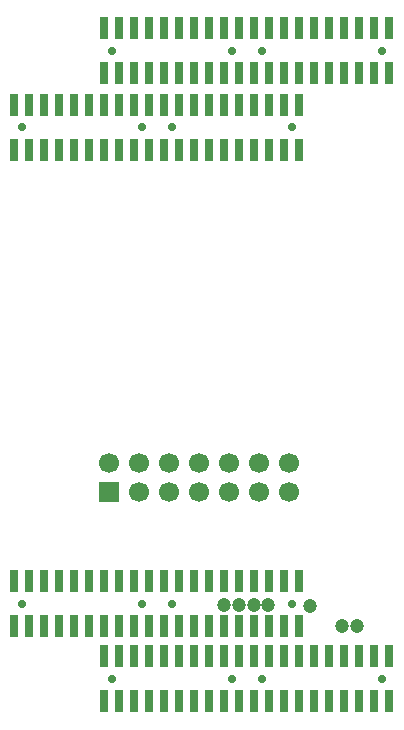
<source format=gbr>
%FSTAX42Y42*%
%MOMM*%
%SFA1B1*%

%IPPOS*%
%ADD19C,0.700024*%
%ADD20R,1.700022X1.700022*%
%ADD21C,1.700022*%
%ADD22C,1.199896*%
%ADD23R,0.800100X1.899920*%
%LNpcb_monitoring_connecta10-1*%
%LPD*%
G54D19*
X-003212Y005022D03*
X-002196D03*
X-001942D03*
X-000926D03*
X-002449Y005669D03*
X-001433D03*
X-001179D03*
X-000163D03*
X-003212Y000985D03*
X-002196D03*
X-001942D03*
X-000926D03*
X-000164Y00035D03*
X-00118D03*
X-001434D03*
X-00245D03*
G54D20*
X-002475Y001928D03*
G54D21*
X-002475Y002181D03*
X-002221Y001928D03*
Y002181D03*
X-001967Y001928D03*
Y002181D03*
X-001713Y001928D03*
Y002181D03*
X-001459Y001928D03*
Y002181D03*
X-001205D03*
Y001928D03*
X-000951Y002181D03*
Y001928D03*
G54D22*
X-000375Y000799D03*
X-000499D03*
X-001124Y000975D03*
X-00125D03*
X-001375D03*
X-001499D03*
X-000775Y00097D03*
G54D23*
X-002132Y004831D03*
Y005212D03*
X-002259Y004831D03*
X-002386D03*
X-002259Y005212D03*
X-002386D03*
X-002513Y004831D03*
Y005212D03*
X-00264Y004831D03*
Y005212D03*
X-002767Y004831D03*
Y005212D03*
X-002894Y004831D03*
Y005212D03*
X-003148D03*
X-003275D03*
Y004831D03*
X-003148D03*
X-003021Y005212D03*
Y004831D03*
X-000862D03*
Y005212D03*
X-000989Y004831D03*
X-001116D03*
X-000989Y005212D03*
X-001116D03*
X-001243Y004831D03*
Y005212D03*
X-00137Y004831D03*
Y005212D03*
X-001497Y004831D03*
Y005212D03*
X-001624Y004831D03*
Y005212D03*
X-001878D03*
X-002005D03*
Y004831D03*
X-001878D03*
X-001751Y005212D03*
Y004831D03*
X-001369Y005479D03*
Y00586D03*
X-001496Y005479D03*
X-001623D03*
X-001496Y00586D03*
X-001623D03*
X-00175Y005479D03*
Y00586D03*
X-001877Y005479D03*
Y00586D03*
X-002004Y005479D03*
Y00586D03*
X-002131Y005479D03*
Y00586D03*
X-002385D03*
X-002512D03*
Y005479D03*
X-002385D03*
X-002258Y00586D03*
Y005479D03*
X-000099D03*
Y00586D03*
X-000226Y005479D03*
X-000353D03*
X-000226Y00586D03*
X-000353D03*
X-00048Y005479D03*
Y00586D03*
X-000607Y005479D03*
Y00586D03*
X-000734Y005479D03*
Y00586D03*
X-000861Y005479D03*
Y00586D03*
X-001115D03*
X-001242D03*
Y005479D03*
X-001115D03*
X-000988Y00586D03*
Y005479D03*
X-002132Y000794D03*
Y001175D03*
X-002259Y000794D03*
X-002386D03*
X-002259Y001175D03*
X-002386D03*
X-002513Y000794D03*
Y001175D03*
X-00264Y000794D03*
Y001175D03*
X-002767Y000794D03*
Y001175D03*
X-002894Y000794D03*
Y001175D03*
X-003148D03*
X-003275D03*
Y000794D03*
X-003148D03*
X-003021Y001175D03*
Y000794D03*
X-000862D03*
Y001175D03*
X-000989Y000794D03*
X-001116D03*
X-000989Y001175D03*
X-001116D03*
X-001243Y000794D03*
Y001175D03*
X-00137Y000794D03*
Y001175D03*
X-001497Y000794D03*
Y001175D03*
X-001624Y000794D03*
Y001175D03*
X-001878D03*
X-002005D03*
Y000794D03*
X-001878D03*
X-001751Y001175D03*
Y000794D03*
X-000989Y000159D03*
Y00054D03*
X-001116Y000159D03*
X-001243D03*
Y00054D03*
X-001116D03*
X-000862D03*
Y000159D03*
X-000735Y00054D03*
Y000159D03*
X-000608Y00054D03*
Y000159D03*
X-000481Y00054D03*
Y000159D03*
X-000354Y00054D03*
X-000227D03*
X-000354Y000159D03*
X-000227D03*
X-0001Y00054D03*
Y000159D03*
X-002259D03*
Y00054D03*
X-002386Y000159D03*
X-002513D03*
Y00054D03*
X-002386D03*
X-002132D03*
Y000159D03*
X-002005Y00054D03*
Y000159D03*
X-001878Y00054D03*
Y000159D03*
X-001751Y00054D03*
Y000159D03*
X-001624Y00054D03*
X-001497D03*
X-001624Y000159D03*
X-001497D03*
X-00137Y00054D03*
Y000159D03*
M02*
</source>
